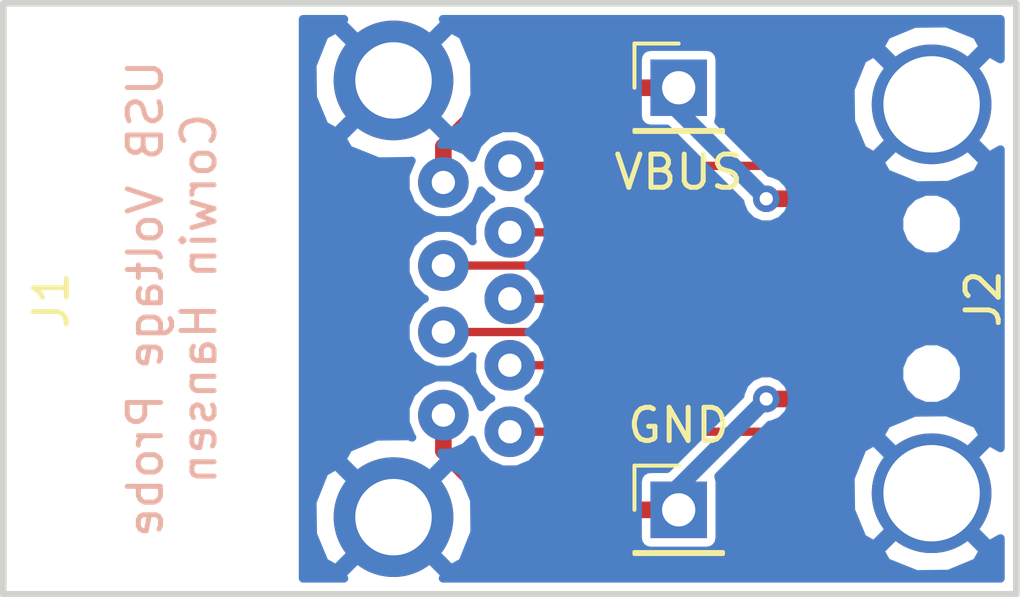
<source format=kicad_pcb>
(kicad_pcb (version 20171130) (host pcbnew "(5.0-dev-4115-gdd04bcb)")

  (general
    (thickness 1.6)
    (drawings 5)
    (tracks 24)
    (zones 0)
    (modules 4)
    (nets 11)
  )

  (page A4)
  (layers
    (0 F.Cu signal)
    (31 B.Cu signal)
    (32 B.Adhes user)
    (33 F.Adhes user)
    (34 B.Paste user)
    (35 F.Paste user)
    (36 B.SilkS user)
    (37 F.SilkS user)
    (38 B.Mask user)
    (39 F.Mask user)
    (40 Dwgs.User user)
    (41 Cmts.User user)
    (42 Eco1.User user)
    (43 Eco2.User user)
    (44 Edge.Cuts user)
    (45 Margin user)
    (46 B.CrtYd user)
    (47 F.CrtYd user)
    (48 B.Fab user)
    (49 F.Fab user)
  )

  (setup
    (last_trace_width 0.25)
    (trace_clearance 0.1)
    (zone_clearance 0.25)
    (zone_45_only no)
    (trace_min 0.2)
    (segment_width 0.2)
    (edge_width 0.15)
    (via_size 0.8)
    (via_drill 0.4)
    (via_min_size 0.4)
    (via_min_drill 0.3)
    (uvia_size 0.3)
    (uvia_drill 0.1)
    (uvias_allowed no)
    (uvia_min_size 0.2)
    (uvia_min_drill 0.1)
    (pcb_text_width 0.3)
    (pcb_text_size 1.5 1.5)
    (mod_edge_width 0.15)
    (mod_text_size 1 1)
    (mod_text_width 0.15)
    (pad_size 1.524 1.524)
    (pad_drill 0.762)
    (pad_to_mask_clearance 0.1)
    (aux_axis_origin 0 0)
    (visible_elements FFFFFF7F)
    (pcbplotparams
      (layerselection 0x010fc_ffffffff)
      (usegerberextensions false)
      (usegerberattributes false)
      (usegerberadvancedattributes false)
      (creategerberjobfile false)
      (excludeedgelayer true)
      (linewidth 0.100000)
      (plotframeref false)
      (viasonmask false)
      (mode 1)
      (useauxorigin false)
      (hpglpennumber 1)
      (hpglpenspeed 20)
      (hpglpendiameter 15)
      (psnegative false)
      (psa4output false)
      (plotreference true)
      (plotvalue true)
      (plotinvisibletext false)
      (padsonsilk false)
      (subtractmaskfromsilk false)
      (outputformat 1)
      (mirror false)
      (drillshape 0)
      (scaleselection 1)
      (outputdirectory Gerber/))
  )

  (net 0 "")
  (net 1 "Net-(J1-Pad7)")
  (net 2 "Net-(J1-Pad8)")
  (net 3 "Net-(J1-Pad9)")
  (net 4 "Net-(J1-Pad6)")
  (net 5 "Net-(J1-Pad5)")
  (net 6 "Net-(J1-Pad1)")
  (net 7 "Net-(J1-Pad2)")
  (net 8 "Net-(J1-Pad3)")
  (net 9 "Net-(J1-Pad4)")
  (net 10 "Net-(J1-Pad10)")

  (net_class Default "This is the default net class."
    (clearance 0.1)
    (trace_width 0.25)
    (via_dia 0.8)
    (via_drill 0.4)
    (uvia_dia 0.3)
    (uvia_drill 0.1)
    (add_net "Net-(J1-Pad10)")
    (add_net "Net-(J1-Pad2)")
    (add_net "Net-(J1-Pad3)")
    (add_net "Net-(J1-Pad5)")
    (add_net "Net-(J1-Pad6)")
    (add_net "Net-(J1-Pad7)")
    (add_net "Net-(J1-Pad8)")
    (add_net "Net-(J1-Pad9)")
  )

  (net_class Power ""
    (clearance 0.1)
    (trace_width 0.5)
    (via_dia 0.8)
    (via_drill 0.4)
    (uvia_dia 0.3)
    (uvia_drill 0.1)
    (add_net "Net-(J1-Pad1)")
    (add_net "Net-(J1-Pad4)")
  )

  (module Pin_Headers:Pin_Header_Straight_1x01_Pitch2.54mm (layer F.Cu) (tedit 5B1E2588) (tstamp 5B4CA57C)
    (at 154.94 60.96)
    (descr "Through hole straight pin header, 1x01, 2.54mm pitch, single row")
    (tags "Through hole pin header THT 1x01 2.54mm single row")
    (path /5B1E1155)
    (fp_text reference J3 (at 0 -2.33) (layer F.SilkS) hide
      (effects (font (size 1 1) (thickness 0.15)))
    )
    (fp_text value GND (at 0 -2.54) (layer F.SilkS)
      (effects (font (size 1 1) (thickness 0.15)))
    )
    (fp_text user %R (at 0 0 90) (layer F.Fab)
      (effects (font (size 1 1) (thickness 0.15)))
    )
    (fp_line (start 1.8 -1.8) (end -1.8 -1.8) (layer F.CrtYd) (width 0.05))
    (fp_line (start 1.8 1.8) (end 1.8 -1.8) (layer F.CrtYd) (width 0.05))
    (fp_line (start -1.8 1.8) (end 1.8 1.8) (layer F.CrtYd) (width 0.05))
    (fp_line (start -1.8 -1.8) (end -1.8 1.8) (layer F.CrtYd) (width 0.05))
    (fp_line (start -1.33 -1.33) (end 0 -1.33) (layer F.SilkS) (width 0.12))
    (fp_line (start -1.33 0) (end -1.33 -1.33) (layer F.SilkS) (width 0.12))
    (fp_line (start -1.33 1.27) (end 1.33 1.27) (layer F.SilkS) (width 0.12))
    (fp_line (start 1.33 1.27) (end 1.33 1.33) (layer F.SilkS) (width 0.12))
    (fp_line (start -1.33 1.27) (end -1.33 1.33) (layer F.SilkS) (width 0.12))
    (fp_line (start -1.33 1.33) (end 1.33 1.33) (layer F.SilkS) (width 0.12))
    (fp_line (start -1.27 -0.635) (end -0.635 -1.27) (layer F.Fab) (width 0.1))
    (fp_line (start -1.27 1.27) (end -1.27 -0.635) (layer F.Fab) (width 0.1))
    (fp_line (start 1.27 1.27) (end -1.27 1.27) (layer F.Fab) (width 0.1))
    (fp_line (start 1.27 -1.27) (end 1.27 1.27) (layer F.Fab) (width 0.1))
    (fp_line (start -0.635 -1.27) (end 1.27 -1.27) (layer F.Fab) (width 0.1))
    (pad 1 thru_hole rect (at 0 0) (size 1.7 1.7) (drill 1) (layers *.Cu *.Mask)
      (net 9 "Net-(J1-Pad4)"))
    (model ${KISYS3DMOD}/Pin_Headers.3dshapes/Pin_Header_Straight_1x01_Pitch2.54mm.wrl
      (at (xyz 0 0 0))
      (scale (xyz 1 1 1))
      (rotate (xyz 0 0 0))
    )
  )

  (module Pin_Headers:Pin_Header_Straight_1x01_Pitch2.54mm (layer F.Cu) (tedit 5B1E2593) (tstamp 5B4CA591)
    (at 154.94 48.26)
    (descr "Through hole straight pin header, 1x01, 2.54mm pitch, single row")
    (tags "Through hole pin header THT 1x01 2.54mm single row")
    (path /5B1E1404)
    (fp_text reference J4 (at 0 2.54) (layer F.SilkS) hide
      (effects (font (size 1 1) (thickness 0.15)))
    )
    (fp_text value VBUS (at 0 2.54) (layer F.SilkS)
      (effects (font (size 1 1) (thickness 0.15)))
    )
    (fp_line (start -0.635 -1.27) (end 1.27 -1.27) (layer F.Fab) (width 0.1))
    (fp_line (start 1.27 -1.27) (end 1.27 1.27) (layer F.Fab) (width 0.1))
    (fp_line (start 1.27 1.27) (end -1.27 1.27) (layer F.Fab) (width 0.1))
    (fp_line (start -1.27 1.27) (end -1.27 -0.635) (layer F.Fab) (width 0.1))
    (fp_line (start -1.27 -0.635) (end -0.635 -1.27) (layer F.Fab) (width 0.1))
    (fp_line (start -1.33 1.33) (end 1.33 1.33) (layer F.SilkS) (width 0.12))
    (fp_line (start -1.33 1.27) (end -1.33 1.33) (layer F.SilkS) (width 0.12))
    (fp_line (start 1.33 1.27) (end 1.33 1.33) (layer F.SilkS) (width 0.12))
    (fp_line (start -1.33 1.27) (end 1.33 1.27) (layer F.SilkS) (width 0.12))
    (fp_line (start -1.33 0) (end -1.33 -1.33) (layer F.SilkS) (width 0.12))
    (fp_line (start -1.33 -1.33) (end 0 -1.33) (layer F.SilkS) (width 0.12))
    (fp_line (start -1.8 -1.8) (end -1.8 1.8) (layer F.CrtYd) (width 0.05))
    (fp_line (start -1.8 1.8) (end 1.8 1.8) (layer F.CrtYd) (width 0.05))
    (fp_line (start 1.8 1.8) (end 1.8 -1.8) (layer F.CrtYd) (width 0.05))
    (fp_line (start 1.8 -1.8) (end -1.8 -1.8) (layer F.CrtYd) (width 0.05))
    (fp_text user %R (at 0 0 90) (layer F.Fab)
      (effects (font (size 1 1) (thickness 0.15)))
    )
    (pad 1 thru_hole rect (at 0 0) (size 1.7 1.7) (drill 1) (layers *.Cu *.Mask)
      (net 6 "Net-(J1-Pad1)"))
    (model ${KISYS3DMOD}/Pin_Headers.3dshapes/Pin_Header_Straight_1x01_Pitch2.54mm.wrl
      (at (xyz 0 0 0))
      (scale (xyz 1 1 1))
      (rotate (xyz 0 0 0))
    )
  )

  (module USB3_A_Connector:USB_3_A_Recepticle_Amphenol_10117835-002LF_NoSlot (layer F.Cu) (tedit 5B1E23E4) (tstamp 5B27CD59)
    (at 143.01 54.61 270)
    (path /5B1E0CAE)
    (fp_text reference J1 (at 0.05 6.95 270) (layer F.SilkS)
      (effects (font (size 1 1) (thickness 0.15)))
    )
    (fp_text value USB3_A (at 0.1 -11.4 270) (layer F.Fab)
      (effects (font (size 1 1) (thickness 0.15)))
    )
    (fp_line (start 7.95 -8.35) (end -7.95 -8.35) (layer F.CrtYd) (width 0.05))
    (fp_line (start 7.95 8.35) (end 7.95 -8.35) (layer F.CrtYd) (width 0.05))
    (fp_line (start -7.95 8.35) (end 7.95 8.35) (layer F.CrtYd) (width 0.05))
    (fp_line (start -7.95 8.35) (end -7.95 -8.35) (layer F.CrtYd) (width 0.05))
    (pad 7 thru_hole circle (at 0 -6.85 270) (size 1.524 1.524) (drill 0.7) (layers *.Cu *.Mask)
      (net 1 "Net-(J1-Pad7)"))
    (pad 8 thru_hole circle (at -2 -6.85 270) (size 1.524 1.524) (drill 0.7) (layers *.Cu *.Mask)
      (net 2 "Net-(J1-Pad8)"))
    (pad 9 thru_hole circle (at -4 -6.85 270) (size 1.524 1.524) (drill 0.7) (layers *.Cu *.Mask)
      (net 3 "Net-(J1-Pad9)"))
    (pad 6 thru_hole circle (at 2 -6.85 270) (size 1.524 1.524) (drill 0.7) (layers *.Cu *.Mask)
      (net 4 "Net-(J1-Pad6)"))
    (pad 5 thru_hole circle (at 4 -6.85 270) (size 1.524 1.524) (drill 0.7) (layers *.Cu *.Mask)
      (net 5 "Net-(J1-Pad5)"))
    (pad 1 thru_hole circle (at -3.5 -4.85 270) (size 1.524 1.524) (drill 0.7) (layers *.Cu *.Mask)
      (net 6 "Net-(J1-Pad1)"))
    (pad 2 thru_hole circle (at -1 -4.85 270) (size 1.524 1.524) (drill 0.7) (layers *.Cu *.Mask)
      (net 7 "Net-(J1-Pad2)"))
    (pad 3 thru_hole circle (at 1 -4.85 270) (size 1.524 1.524) (drill 0.7) (layers *.Cu *.Mask)
      (net 8 "Net-(J1-Pad3)"))
    (pad 4 thru_hole circle (at 3.5 -4.85 270) (size 1.524 1.524) (drill 0.7) (layers *.Cu *.Mask)
      (net 9 "Net-(J1-Pad4)"))
    (pad 10 thru_hole circle (at 6.57 -3.35 270) (size 3.6 3.6) (drill 2.3) (layers *.Cu *.Mask)
      (net 10 "Net-(J1-Pad10)"))
    (pad 10 thru_hole circle (at -6.57 -3.35 270) (size 3.6 3.6) (drill 2.3) (layers *.Cu *.Mask)
      (net 10 "Net-(J1-Pad10)"))
  )

  (module USB3_A_Connector:USB_3_A_Plug_Amphenol_GSB316441CEU_NoSlot (layer F.Cu) (tedit 5B1E239B) (tstamp 5B27CD6B)
    (at 165.1 54.61 90)
    (path /5B1E0DCF)
    (fp_text reference J2 (at 0 -1 90) (layer F.SilkS)
      (effects (font (size 1 1) (thickness 0.15)))
    )
    (fp_text value USB3_A (at 0 -12.21 90) (layer F.Fab)
      (effects (font (size 1 1) (thickness 0.15)))
    )
    (fp_line (start -7 0) (end 7 0) (layer F.CrtYd) (width 0.05))
    (pad 7 smd rect (at 0 -5.39 90) (size 0.8 2.78) (layers F.Cu F.Paste F.Mask)
      (net 1 "Net-(J1-Pad7)"))
    (pad 2 smd rect (at 1 -5.39 90) (size 0.8 2.78) (layers F.Cu F.Paste F.Mask)
      (net 7 "Net-(J1-Pad2)"))
    (pad 8 smd rect (at 2 -5.39 90) (size 0.8 2.78) (layers F.Cu F.Paste F.Mask)
      (net 2 "Net-(J1-Pad8)"))
    (pad 1 smd rect (at 3 -5.39 90) (size 0.8 2.78) (layers F.Cu F.Paste F.Mask)
      (net 6 "Net-(J1-Pad1)"))
    (pad 3 smd rect (at -1 -5.39 90) (size 0.8 2.78) (layers F.Cu F.Paste F.Mask)
      (net 8 "Net-(J1-Pad3)"))
    (pad 6 smd rect (at -2 -5.39 90) (size 0.8 2.78) (layers F.Cu F.Paste F.Mask)
      (net 4 "Net-(J1-Pad6)"))
    (pad 4 smd rect (at -3 -5.39 90) (size 0.8 2.78) (layers F.Cu F.Paste F.Mask)
      (net 9 "Net-(J1-Pad4)"))
    (pad 9 smd rect (at 4 -5.39 90) (size 0.8 2.78) (layers F.Cu F.Paste F.Mask)
      (net 3 "Net-(J1-Pad9)"))
    (pad 5 smd rect (at -4 -5.39 90) (size 0.8 2.78) (layers F.Cu F.Paste F.Mask)
      (net 5 "Net-(J1-Pad5)"))
    (pad 10 thru_hole circle (at 5.85 -2.55 90) (size 3.6 3.6) (drill 2.9) (layers *.Cu *.Mask)
      (net 10 "Net-(J1-Pad10)"))
    (pad 10 thru_hole circle (at -5.85 -2.55 90) (size 3.6 3.6) (drill 2.9) (layers *.Cu *.Mask)
      (net 10 "Net-(J1-Pad10)"))
    (pad "" np_thru_hole circle (at 2.25 -2.55 90) (size 1.2 1.2) (drill 1.2) (layers *.Cu *.Mask))
    (pad "" np_thru_hole circle (at -2.25 -2.55 90) (size 1.2 1.2) (drill 1.2) (layers *.Cu *.Mask))
  )

  (gr_text "USB Voltage Probe\nCorwin Hansen" (at 139.7 54.61 90) (layer B.SilkS)
    (effects (font (size 1 1) (thickness 0.15)) (justify mirror))
  )
  (gr_line (start 165.1 45.72) (end 134.62 45.72) (layer Edge.Cuts) (width 0.2))
  (gr_line (start 165.1 63.5) (end 165.1 45.72) (layer Edge.Cuts) (width 0.2))
  (gr_line (start 134.62 63.5) (end 165.1 63.5) (layer Edge.Cuts) (width 0.2))
  (gr_line (start 134.62 45.72) (end 134.62 63.5) (layer Edge.Cuts) (width 0.2))

  (segment (start 149.86 54.61) (end 159.71 54.61) (width 0.25) (layer F.Cu) (net 1))
  (segment (start 149.86 52.61) (end 159.71 52.61) (width 0.25) (layer F.Cu) (net 2))
  (segment (start 149.86 50.61) (end 159.71 50.61) (width 0.25) (layer F.Cu) (net 3))
  (segment (start 149.86 56.61) (end 159.71 56.61) (width 0.25) (layer F.Cu) (net 4))
  (segment (start 149.86 58.61) (end 159.71 58.61) (width 0.25) (layer F.Cu) (net 5))
  (segment (start 157.575 51.6) (end 159.7 51.6) (width 0.5) (layer F.Cu) (net 6))
  (segment (start 159.7 51.6) (end 159.71 51.61) (width 0.5) (layer F.Cu) (net 6))
  (segment (start 154.94 48.26) (end 154.94 48.965) (width 0.5) (layer B.Cu) (net 6))
  (segment (start 154.94 48.965) (end 157.575 51.6) (width 0.5) (layer B.Cu) (net 6))
  (via (at 157.575 51.6) (size 0.8) (drill 0.4) (layers F.Cu B.Cu) (net 6))
  (segment (start 147.86 51.11) (end 147.86 50.03237) (width 0.5) (layer F.Cu) (net 6))
  (segment (start 147.86 50.03237) (end 149.63237 48.26) (width 0.5) (layer F.Cu) (net 6))
  (segment (start 149.63237 48.26) (end 154.94 48.26) (width 0.5) (layer F.Cu) (net 6))
  (segment (start 147.86 53.61) (end 159.71 53.61) (width 0.25) (layer F.Cu) (net 7))
  (segment (start 147.86 55.61) (end 159.71 55.61) (width 0.25) (layer F.Cu) (net 8))
  (segment (start 157.575 57.625) (end 159.695 57.625) (width 0.5) (layer F.Cu) (net 9))
  (segment (start 159.695 57.625) (end 159.71 57.61) (width 0.5) (layer F.Cu) (net 9))
  (segment (start 154.94 60.96) (end 154.94 60.26) (width 0.5) (layer B.Cu) (net 9))
  (segment (start 154.94 60.26) (end 157.575 57.625) (width 0.5) (layer B.Cu) (net 9))
  (via (at 157.575 57.625) (size 0.8) (drill 0.4) (layers F.Cu B.Cu) (net 9))
  (segment (start 147.86 58.11) (end 147.86 59.18763) (width 0.5) (layer F.Cu) (net 9))
  (segment (start 147.86 59.18763) (end 149.63237 60.96) (width 0.5) (layer F.Cu) (net 9))
  (segment (start 149.63237 60.96) (end 153.59 60.96) (width 0.5) (layer F.Cu) (net 9))
  (segment (start 153.59 60.96) (end 154.94 60.96) (width 0.5) (layer F.Cu) (net 9))

  (zone (net 10) (net_name "Net-(J1-Pad10)") (layer B.Cu) (tstamp 0) (hatch edge 0.508)
    (connect_pads (clearance 0.25))
    (min_thickness 0.254)
    (fill yes (arc_segments 16) (thermal_gap 0.508) (thermal_bridge_width 0.508))
    (polygon
      (pts
        (xy 143.51 45.72) (xy 143.51 63.5) (xy 165.1 63.5) (xy 165.1 45.72)
      )
    )
    (filled_polygon
      (pts
        (xy 144.808975 46.30937) (xy 146.36 47.860395) (xy 147.911025 46.30937) (xy 147.847964 46.197) (xy 164.623001 46.197)
        (xy 164.623001 47.401111) (xy 164.28063 47.208975) (xy 162.729605 48.76) (xy 164.28063 50.311025) (xy 164.623001 50.118889)
        (xy 164.623 59.10111) (xy 164.28063 58.908975) (xy 162.729605 60.46) (xy 164.28063 62.011025) (xy 164.623 61.81889)
        (xy 164.623 63.023) (xy 147.847964 63.023) (xy 147.911025 62.91063) (xy 146.36 61.359605) (xy 144.808975 62.91063)
        (xy 144.872036 63.023) (xy 143.637 63.023) (xy 143.637 60.724673) (xy 143.919406 60.724673) (xy 143.930939 61.693308)
        (xy 144.279431 62.534642) (xy 144.62937 62.731025) (xy 146.180395 61.18) (xy 146.539605 61.18) (xy 148.09063 62.731025)
        (xy 148.440569 62.534642) (xy 148.800594 61.635327) (xy 148.789061 60.666692) (xy 148.558472 60.11) (xy 153.705615 60.11)
        (xy 153.705615 61.81) (xy 153.734875 61.957098) (xy 153.818199 62.081801) (xy 153.942902 62.165125) (xy 154.09 62.194385)
        (xy 155.79 62.194385) (xy 155.808877 62.19063) (xy 160.998975 62.19063) (xy 161.195358 62.540569) (xy 162.094673 62.900594)
        (xy 163.063308 62.889061) (xy 163.904642 62.540569) (xy 164.101025 62.19063) (xy 162.55 60.639605) (xy 160.998975 62.19063)
        (xy 155.808877 62.19063) (xy 155.937098 62.165125) (xy 156.061801 62.081801) (xy 156.145125 61.957098) (xy 156.174385 61.81)
        (xy 156.174385 60.11) (xy 156.153434 60.004673) (xy 160.109406 60.004673) (xy 160.120939 60.973308) (xy 160.469431 61.814642)
        (xy 160.81937 62.011025) (xy 162.370395 60.46) (xy 160.81937 58.908975) (xy 160.469431 59.105358) (xy 160.109406 60.004673)
        (xy 156.153434 60.004673) (xy 156.145125 59.962902) (xy 156.136587 59.950124) (xy 157.357341 58.72937) (xy 160.998975 58.72937)
        (xy 162.55 60.280395) (xy 164.101025 58.72937) (xy 163.904642 58.379431) (xy 163.005327 58.019406) (xy 162.036692 58.030939)
        (xy 161.195358 58.379431) (xy 160.998975 58.72937) (xy 157.357341 58.72937) (xy 157.684711 58.402) (xy 157.729555 58.402)
        (xy 158.015135 58.283709) (xy 158.233709 58.065135) (xy 158.352 57.779555) (xy 158.352 57.470445) (xy 158.233709 57.184865)
        (xy 158.015135 56.966291) (xy 157.729555 56.848) (xy 157.420445 56.848) (xy 157.134865 56.966291) (xy 156.916291 57.184865)
        (xy 156.798 57.470445) (xy 156.798 57.515289) (xy 154.587674 59.725615) (xy 154.09 59.725615) (xy 153.942902 59.754875)
        (xy 153.818199 59.838199) (xy 153.734875 59.962902) (xy 153.705615 60.11) (xy 148.558472 60.11) (xy 148.440569 59.825358)
        (xy 148.09063 59.628975) (xy 146.539605 61.18) (xy 146.180395 61.18) (xy 144.62937 59.628975) (xy 144.279431 59.825358)
        (xy 143.919406 60.724673) (xy 143.637 60.724673) (xy 143.637 49.77063) (xy 144.808975 49.77063) (xy 145.005358 50.120569)
        (xy 145.904673 50.480594) (xy 146.873308 50.469061) (xy 146.902061 50.457151) (xy 146.894403 50.464809) (xy 146.721 50.883439)
        (xy 146.721 51.336561) (xy 146.894403 51.755191) (xy 147.214809 52.075597) (xy 147.633439 52.249) (xy 148.086561 52.249)
        (xy 148.505191 52.075597) (xy 148.825597 51.755191) (xy 148.992197 51.352985) (xy 149.214809 51.575597) (xy 149.297865 51.61)
        (xy 149.214809 51.644403) (xy 148.894403 51.964809) (xy 148.721 52.383439) (xy 148.721 52.836561) (xy 148.737724 52.876936)
        (xy 148.505191 52.644403) (xy 148.086561 52.471) (xy 147.633439 52.471) (xy 147.214809 52.644403) (xy 146.894403 52.964809)
        (xy 146.721 53.383439) (xy 146.721 53.836561) (xy 146.894403 54.255191) (xy 147.214809 54.575597) (xy 147.297865 54.61)
        (xy 147.214809 54.644403) (xy 146.894403 54.964809) (xy 146.721 55.383439) (xy 146.721 55.836561) (xy 146.894403 56.255191)
        (xy 147.214809 56.575597) (xy 147.633439 56.749) (xy 148.086561 56.749) (xy 148.505191 56.575597) (xy 148.737724 56.343064)
        (xy 148.721 56.383439) (xy 148.721 56.836561) (xy 148.894403 57.255191) (xy 149.214809 57.575597) (xy 149.297865 57.61)
        (xy 149.214809 57.644403) (xy 148.992197 57.867015) (xy 148.825597 57.464809) (xy 148.505191 57.144403) (xy 148.086561 56.971)
        (xy 147.633439 56.971) (xy 147.214809 57.144403) (xy 146.894403 57.464809) (xy 146.721 57.883439) (xy 146.721 58.336561)
        (xy 146.894403 58.755191) (xy 146.92087 58.781658) (xy 146.815327 58.739406) (xy 145.846692 58.750939) (xy 145.005358 59.099431)
        (xy 144.808975 59.44937) (xy 146.36 61.000395) (xy 147.911025 59.44937) (xy 147.798579 59.249) (xy 148.086561 59.249)
        (xy 148.505191 59.075597) (xy 148.727803 58.852985) (xy 148.894403 59.255191) (xy 149.214809 59.575597) (xy 149.633439 59.749)
        (xy 150.086561 59.749) (xy 150.505191 59.575597) (xy 150.825597 59.255191) (xy 150.999 58.836561) (xy 150.999 58.383439)
        (xy 150.825597 57.964809) (xy 150.505191 57.644403) (xy 150.422135 57.61) (xy 150.505191 57.575597) (xy 150.825597 57.255191)
        (xy 150.999 56.836561) (xy 150.999 56.665663) (xy 161.573 56.665663) (xy 161.573 57.054337) (xy 161.721739 57.413426)
        (xy 161.996574 57.688261) (xy 162.355663 57.837) (xy 162.744337 57.837) (xy 163.103426 57.688261) (xy 163.378261 57.413426)
        (xy 163.527 57.054337) (xy 163.527 56.665663) (xy 163.378261 56.306574) (xy 163.103426 56.031739) (xy 162.744337 55.883)
        (xy 162.355663 55.883) (xy 161.996574 56.031739) (xy 161.721739 56.306574) (xy 161.573 56.665663) (xy 150.999 56.665663)
        (xy 150.999 56.383439) (xy 150.825597 55.964809) (xy 150.505191 55.644403) (xy 150.422135 55.61) (xy 150.505191 55.575597)
        (xy 150.825597 55.255191) (xy 150.999 54.836561) (xy 150.999 54.383439) (xy 150.825597 53.964809) (xy 150.505191 53.644403)
        (xy 150.422135 53.61) (xy 150.505191 53.575597) (xy 150.825597 53.255191) (xy 150.999 52.836561) (xy 150.999 52.383439)
        (xy 150.825597 51.964809) (xy 150.505191 51.644403) (xy 150.422135 51.61) (xy 150.505191 51.575597) (xy 150.825597 51.255191)
        (xy 150.999 50.836561) (xy 150.999 50.383439) (xy 150.825597 49.964809) (xy 150.505191 49.644403) (xy 150.086561 49.471)
        (xy 149.633439 49.471) (xy 149.214809 49.644403) (xy 148.894403 49.964809) (xy 148.727803 50.367015) (xy 148.505191 50.144403)
        (xy 148.086561 49.971) (xy 147.798579 49.971) (xy 147.911025 49.77063) (xy 146.36 48.219605) (xy 144.808975 49.77063)
        (xy 143.637 49.77063) (xy 143.637 47.584673) (xy 143.919406 47.584673) (xy 143.930939 48.553308) (xy 144.279431 49.394642)
        (xy 144.62937 49.591025) (xy 146.180395 48.04) (xy 146.539605 48.04) (xy 148.09063 49.591025) (xy 148.440569 49.394642)
        (xy 148.800594 48.495327) (xy 148.789061 47.526692) (xy 148.740726 47.41) (xy 153.705615 47.41) (xy 153.705615 49.11)
        (xy 153.734875 49.257098) (xy 153.818199 49.381801) (xy 153.942902 49.465125) (xy 154.09 49.494385) (xy 154.582674 49.494385)
        (xy 156.798 51.709711) (xy 156.798 51.754555) (xy 156.916291 52.040135) (xy 157.134865 52.258709) (xy 157.420445 52.377)
        (xy 157.729555 52.377) (xy 158.015135 52.258709) (xy 158.108181 52.165663) (xy 161.573 52.165663) (xy 161.573 52.554337)
        (xy 161.721739 52.913426) (xy 161.996574 53.188261) (xy 162.355663 53.337) (xy 162.744337 53.337) (xy 163.103426 53.188261)
        (xy 163.378261 52.913426) (xy 163.527 52.554337) (xy 163.527 52.165663) (xy 163.378261 51.806574) (xy 163.103426 51.531739)
        (xy 162.744337 51.383) (xy 162.355663 51.383) (xy 161.996574 51.531739) (xy 161.721739 51.806574) (xy 161.573 52.165663)
        (xy 158.108181 52.165663) (xy 158.233709 52.040135) (xy 158.352 51.754555) (xy 158.352 51.445445) (xy 158.233709 51.159865)
        (xy 158.015135 50.941291) (xy 157.729555 50.823) (xy 157.684711 50.823) (xy 157.352341 50.49063) (xy 160.998975 50.49063)
        (xy 161.195358 50.840569) (xy 162.094673 51.200594) (xy 163.063308 51.189061) (xy 163.904642 50.840569) (xy 164.101025 50.49063)
        (xy 162.55 48.939605) (xy 160.998975 50.49063) (xy 157.352341 50.49063) (xy 156.134584 49.272873) (xy 156.145125 49.257098)
        (xy 156.174385 49.11) (xy 156.174385 48.304673) (xy 160.109406 48.304673) (xy 160.120939 49.273308) (xy 160.469431 50.114642)
        (xy 160.81937 50.311025) (xy 162.370395 48.76) (xy 160.81937 47.208975) (xy 160.469431 47.405358) (xy 160.109406 48.304673)
        (xy 156.174385 48.304673) (xy 156.174385 47.41) (xy 156.145125 47.262902) (xy 156.061801 47.138199) (xy 155.937098 47.054875)
        (xy 155.808878 47.02937) (xy 160.998975 47.02937) (xy 162.55 48.580395) (xy 164.101025 47.02937) (xy 163.904642 46.679431)
        (xy 163.005327 46.319406) (xy 162.036692 46.330939) (xy 161.195358 46.679431) (xy 160.998975 47.02937) (xy 155.808878 47.02937)
        (xy 155.79 47.025615) (xy 154.09 47.025615) (xy 153.942902 47.054875) (xy 153.818199 47.138199) (xy 153.734875 47.262902)
        (xy 153.705615 47.41) (xy 148.740726 47.41) (xy 148.440569 46.685358) (xy 148.09063 46.488975) (xy 146.539605 48.04)
        (xy 146.180395 48.04) (xy 144.62937 46.488975) (xy 144.279431 46.685358) (xy 143.919406 47.584673) (xy 143.637 47.584673)
        (xy 143.637 46.197) (xy 144.872036 46.197)
      )
    )
  )
)

</source>
